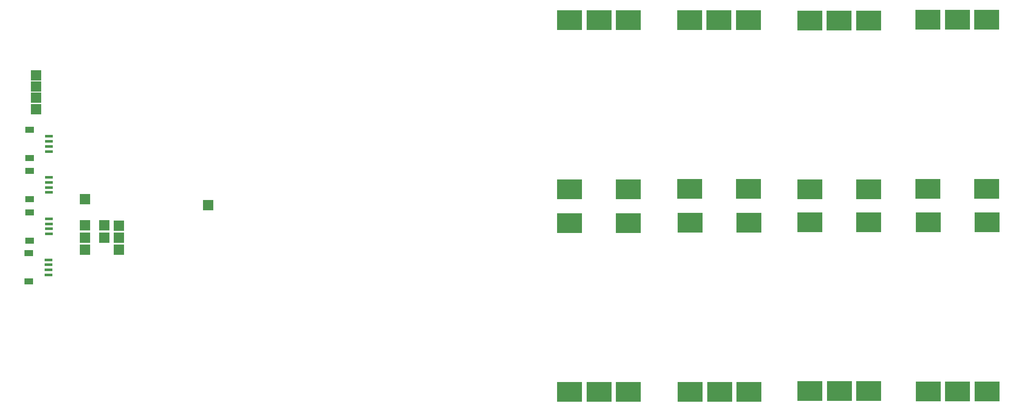
<source format=gbr>
%TF.GenerationSoftware,KiCad,Pcbnew,(6.0.10-0)*%
%TF.CreationDate,2023-02-23T20:38:24-08:00*%
%TF.ProjectId,1.0,312e302e-6b69-4636-9164-5f7063625858,rev?*%
%TF.SameCoordinates,Original*%
%TF.FileFunction,Paste,Bot*%
%TF.FilePolarity,Positive*%
%FSLAX46Y46*%
G04 Gerber Fmt 4.6, Leading zero omitted, Abs format (unit mm)*
G04 Created by KiCad (PCBNEW (6.0.10-0)) date 2023-02-23 20:38:24*
%MOMM*%
%LPD*%
G01*
G04 APERTURE LIST*
%ADD10R,2.000000X2.000000*%
%ADD11R,1.800000X1.200000*%
%ADD12R,1.550000X0.600000*%
%ADD13R,5.000000X4.000000*%
G04 APERTURE END LIST*
D10*
%TO.C,TP11*%
X163200000Y-146400000D03*
%TD*%
D11*
%TO.C,J4*%
X152162500Y-155100000D03*
X152162500Y-149500000D03*
D12*
X156037500Y-153800000D03*
X156037500Y-152800000D03*
X156037500Y-151800000D03*
X156037500Y-150800000D03*
%TD*%
D13*
%TO.C,U27*%
X282510831Y-136805000D03*
X294110831Y-136805000D03*
X282510831Y-103405000D03*
X288310831Y-103405000D03*
X294110831Y-103405000D03*
%TD*%
%TO.C,U32*%
X294219169Y-143505000D03*
X282619169Y-143505000D03*
X294219169Y-176905000D03*
X288419169Y-176905000D03*
X282619169Y-176905000D03*
%TD*%
%TO.C,U33*%
X317819169Y-143355000D03*
X306219169Y-143355000D03*
X317819169Y-176755000D03*
X312019169Y-176755000D03*
X306219169Y-176755000D03*
%TD*%
%TO.C,U31*%
X270420831Y-143555000D03*
X258820831Y-143555000D03*
X270420831Y-176955000D03*
X264620831Y-176955000D03*
X258820831Y-176955000D03*
%TD*%
D10*
%TO.C,TP13*%
X163200000Y-138850000D03*
%TD*%
D13*
%TO.C,U29*%
X329526662Y-136745000D03*
X341126662Y-136745000D03*
X329526662Y-103345000D03*
X335326662Y-103345000D03*
X341126662Y-103345000D03*
%TD*%
%TO.C,U26*%
X258805831Y-136845000D03*
X270405831Y-136845000D03*
X258805831Y-103445000D03*
X264605831Y-103445000D03*
X270405831Y-103445000D03*
%TD*%
D10*
%TO.C,TP5*%
X153560000Y-116570000D03*
%TD*%
%TO.C,TP6*%
X153560000Y-118770000D03*
%TD*%
%TO.C,TP4*%
X169875000Y-146400000D03*
%TD*%
D11*
%TO.C,J3*%
X152262500Y-147000000D03*
X152262500Y-141400000D03*
D12*
X156137500Y-145700000D03*
X156137500Y-144700000D03*
X156137500Y-143700000D03*
X156137500Y-142700000D03*
%TD*%
D13*
%TO.C,U30*%
X341150000Y-143400000D03*
X329550000Y-143400000D03*
X341150000Y-176800000D03*
X335350000Y-176800000D03*
X329550000Y-176800000D03*
%TD*%
D10*
%TO.C,TP7*%
X169875000Y-148800000D03*
%TD*%
%TO.C,TP9*%
X153570000Y-121060000D03*
%TD*%
%TO.C,TP12*%
X167050000Y-144000000D03*
%TD*%
%TO.C,TP3*%
X167050000Y-146400000D03*
%TD*%
%TO.C,TP14*%
X163200000Y-144000000D03*
%TD*%
%TO.C,TP10*%
X153560000Y-114370000D03*
%TD*%
D13*
%TO.C,U28*%
X306188338Y-136885000D03*
X317788338Y-136885000D03*
X306188338Y-103485000D03*
X311988338Y-103485000D03*
X317788338Y-103485000D03*
%TD*%
D10*
%TO.C,TP15*%
X163225000Y-148800000D03*
%TD*%
%TO.C,TP16*%
X187500000Y-140000000D03*
%TD*%
D11*
%TO.C,J6*%
X152262500Y-138800000D03*
X152262500Y-133200000D03*
D12*
X156137500Y-137500000D03*
X156137500Y-136500000D03*
X156137500Y-135500000D03*
X156137500Y-134500000D03*
%TD*%
D10*
%TO.C,TP8*%
X169900000Y-144025000D03*
%TD*%
D11*
%TO.C,J5*%
X152262500Y-130700000D03*
X152262500Y-125100000D03*
D12*
X156137500Y-129400000D03*
X156137500Y-128400000D03*
X156137500Y-127400000D03*
X156137500Y-126400000D03*
%TD*%
M02*

</source>
